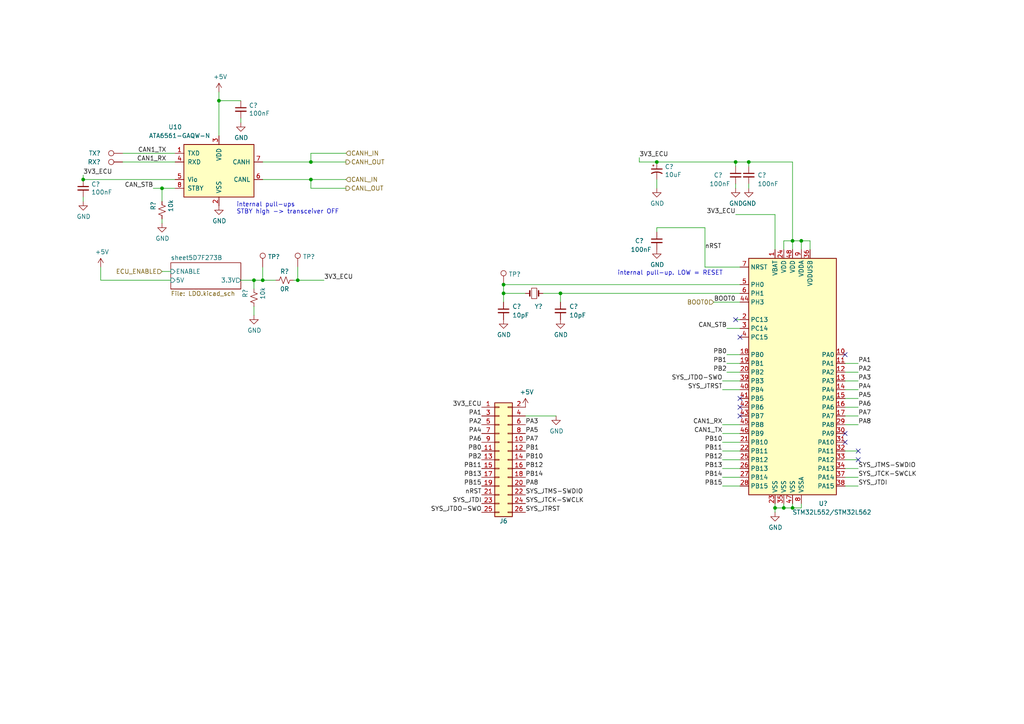
<source format=kicad_sch>
(kicad_sch (version 20231120) (generator "eeschema") (generator_version "8.0")
  (paper "A4")
  (title_block (title "RAMN: Resistant Automotive Miniature Network V1.0") (date "2024-02-20") (rev "B2L") (company "Copyright (c) 2024 TOYOTA MOTOR CORPORATION. ALL RIGHTS RESERVED.") (comment 3 "License: CC BY-SA 4.0") (comment 4 "https://github.com/toyotainfotech/ramn"))
  (lib_symbols
    (symbol "Connector:TestPoint" (pin_numbers hide) (pin_names (offset 0.762) hide)
      (property "Reference" "TP" (at 0 6.858 0))
      (property "Value" "TestPoint" (at 0 5.08 0))
      (symbol "TestPoint_0_1"
        (circle (center 0 3.302) (radius 0.762))
      )
      (symbol "TestPoint_1_1"
        (pin passive line (at 0 0 90) (length 2.54) (name "1") (number "1"))
      )
    )
    (symbol "Connector_Generic:Conn_02x13_Odd_Even" (pin_names (offset 1.016) hide)
      (property "Reference" "J" (at 1.27 17.78 0))
      (property "Value" "Conn_02x13_Odd_Even" (at 1.27 -17.78 0))
      (symbol "Conn_02x13_Odd_Even_1_1"
        (rectangle (start -1.27 -15.113) (end 0 -15.367) (stroke (width 0.1524)))
        (rectangle (start -1.27 -12.573) (end 0 -12.827) (stroke (width 0.1524)))
        (rectangle (start -1.27 -10.033) (end 0 -10.287) (stroke (width 0.1524)))
        (rectangle (start -1.27 -7.493) (end 0 -7.747) (stroke (width 0.1524)))
        (rectangle (start -1.27 -4.953) (end 0 -5.207) (stroke (width 0.1524)))
        (rectangle (start -1.27 -2.413) (end 0 -2.667) (stroke (width 0.1524)))
        (rectangle (start -1.27 0.127) (end 0 -0.127) (stroke (width 0.1524)))
        (rectangle (start -1.27 2.667) (end 0 2.413) (stroke (width 0.1524)))
        (rectangle (start -1.27 5.207) (end 0 4.953) (stroke (width 0.1524)))
        (rectangle (start -1.27 7.747) (end 0 7.493) (stroke (width 0.1524)))
        (rectangle (start -1.27 10.287) (end 0 10.033) (stroke (width 0.1524)))
        (rectangle (start -1.27 12.827) (end 0 12.573) (stroke (width 0.1524)))
        (rectangle (start -1.27 15.367) (end 0 15.113) (stroke (width 0.1524)))
        (rectangle (start -1.27 16.51) (end 3.81 -16.51) (stroke (width 0.254)) (fill (type background)))
        (rectangle (start 3.81 -15.113) (end 2.54 -15.367) (stroke (width 0.1524)))
        (rectangle (start 3.81 -12.573) (end 2.54 -12.827) (stroke (width 0.1524)))
        (rectangle (start 3.81 -10.033) (end 2.54 -10.287) (stroke (width 0.1524)))
        (rectangle (start 3.81 -7.493) (end 2.54 -7.747) (stroke (width 0.1524)))
        (rectangle (start 3.81 -4.953) (end 2.54 -5.207) (stroke (width 0.1524)))
        (rectangle (start 3.81 -2.413) (end 2.54 -2.667) (stroke (width 0.1524)))
        (rectangle (start 3.81 0.127) (end 2.54 -0.127) (stroke (width 0.1524)))
        (rectangle (start 3.81 2.667) (end 2.54 2.413) (stroke (width 0.1524)))
        (rectangle (start 3.81 5.207) (end 2.54 4.953) (stroke (width 0.1524)))
        (rectangle (start 3.81 7.747) (end 2.54 7.493) (stroke (width 0.1524)))
        (rectangle (start 3.81 10.287) (end 2.54 10.033) (stroke (width 0.1524)))
        (rectangle (start 3.81 12.827) (end 2.54 12.573) (stroke (width 0.1524)))
        (rectangle (start 3.81 15.367) (end 2.54 15.113) (stroke (width 0.1524)))
        (pin passive line (at -5.08 15.24 0) (length 3.81) (name "Pin_1") (number "1"))
        (pin passive line (at 7.62 5.08 180) (length 3.81) (name "Pin_10") (number "10"))
        (pin passive line (at -5.08 2.54 0) (length 3.81) (name "Pin_11") (number "11"))
        (pin passive line (at 7.62 2.54 180) (length 3.81) (name "Pin_12") (number "12"))
        (pin passive line (at -5.08 0 0) (length 3.81) (name "Pin_13") (number "13"))
        (pin passive line (at 7.62 0 180) (length 3.81) (name "Pin_14") (number "14"))
        (pin passive line (at -5.08 -2.54 0) (length 3.81) (name "Pin_15") (number "15"))
        (pin passive line (at 7.62 -2.54 180) (length 3.81) (name "Pin_16") (number "16"))
        (pin passive line (at -5.08 -5.08 0) (length 3.81) (name "Pin_17") (number "17"))
        (pin passive line (at 7.62 -5.08 180) (length 3.81) (name "Pin_18") (number "18"))
        (pin passive line (at -5.08 -7.62 0) (length 3.81) (name "Pin_19") (number "19"))
        (pin passive line (at 7.62 15.24 180) (length 3.81) (name "Pin_2") (number "2"))
        (pin passive line (at 7.62 -7.62 180) (length 3.81) (name "Pin_20") (number "20"))
        (pin passive line (at -5.08 -10.16 0) (length 3.81) (name "Pin_21") (number "21"))
        (pin passive line (at 7.62 -10.16 180) (length 3.81) (name "Pin_22") (number "22"))
        (pin passive line (at -5.08 -12.7 0) (length 3.81) (name "Pin_23") (number "23"))
        (pin passive line (at 7.62 -12.7 180) (length 3.81) (name "Pin_24") (number "24"))
        (pin passive line (at -5.08 -15.24 0) (length 3.81) (name "Pin_25") (number "25"))
        (pin passive line (at 7.62 -15.24 180) (length 3.81) (name "Pin_26") (number "26"))
        (pin passive line (at -5.08 12.7 0) (length 3.81) (name "Pin_3") (number "3"))
        (pin passive line (at 7.62 12.7 180) (length 3.81) (name "Pin_4") (number "4"))
        (pin passive line (at -5.08 10.16 0) (length 3.81) (name "Pin_5") (number "5"))
        (pin passive line (at 7.62 10.16 180) (length 3.81) (name "Pin_6") (number "6"))
        (pin passive line (at -5.08 7.62 0) (length 3.81) (name "Pin_7") (number "7"))
        (pin passive line (at 7.62 7.62 180) (length 3.81) (name "Pin_8") (number "8"))
        (pin passive line (at -5.08 5.08 0) (length 3.81) (name "Pin_9") (number "9"))
      )
    )
    (symbol "Device:C_Small" (pin_numbers hide) (pin_names (offset 0.254) hide)
      (property "Reference" "C" (at 0.254 1.778 0))
      (property "Value" "C_Small" (at 0.254 -2.032 0))
      (symbol "C_Small_0_1"
        (polyline (pts (xy -1.524 -0.508) (xy 1.524 -0.508)) (stroke (width 0.3302)))
        (polyline (pts (xy -1.524 0.508) (xy 1.524 0.508)) (stroke (width 0.3048)))
      )
      (symbol "C_Small_1_1"
        (pin passive line (at 0 2.54 270) (length 2.032) (name "~") (number "1"))
        (pin passive line (at 0 -2.54 90) (length 2.032) (name "~") (number "2"))
      )
    )
    (symbol "Device:Crystal_Small" (pin_numbers hide) (pin_names (offset 1.016) hide)
      (property "Reference" "Y" (at 0 2.54 0))
      (property "Value" "Crystal_Small" (at 0 -2.54 0))
      (symbol "Crystal_Small_0_1"
        (rectangle (start -0.762 -1.524) (end 0.762 1.524))
        (polyline (pts (xy -1.27 -0.762) (xy -1.27 0.762)) (stroke (width 0.381)))
        (polyline (pts (xy 1.27 -0.762) (xy 1.27 0.762)) (stroke (width 0.381)))
      )
      (symbol "Crystal_Small_1_1"
        (pin passive line (at -2.54 0 0) (length 1.27) (name "1") (number "1"))
        (pin passive line (at 2.54 0 180) (length 1.27) (name "2") (number "2"))
      )
    )
    (symbol "Device:R_Small_US" (pin_numbers hide) (pin_names (offset 0.254) hide)
      (property "Reference" "R" (at 0.762 0.508 0))
      (property "Value" "R_Small_US" (at 0.762 -1.016 0))
      (symbol "R_Small_US_1_1"
        (polyline (pts (xy 0 0) (xy 1.016 -0.381) (xy 0 -0.762) (xy -1.016 -1.143) (xy 0 -1.524)))
        (polyline (pts (xy 0 1.524) (xy 1.016 1.143) (xy 0 0.762) (xy -1.016 0.381) (xy 0 0)))
        (pin passive line (at 0 2.54 270) (length 1.016) (name "~") (number "1"))
        (pin passive line (at 0 -2.54 90) (length 1.016) (name "~") (number "2"))
      )
    )
    (symbol "Interface_CAN_LIN:MCP2562-E-SN" (pin_names (offset 1.016))
      (property "Reference" "U" (at -10.16 8.89 0))
      (property "Value" "MCP2562-E-SN" (at 2.54 8.89 0))
      (symbol "MCP2562-E-SN_0_1"
        (rectangle (start -10.16 7.62) (end 10.16 -7.62) (stroke (width 0.254)) (fill (type background)))
      )
      (symbol "MCP2562-E-SN_1_1"
        (pin input line (at -12.7 5.08 0) (length 2.54) (name "TXD") (number "1"))
        (pin power_in line (at 0 -10.16 90) (length 2.54) (name "VSS") (number "2"))
        (pin power_in line (at 0 10.16 270) (length 2.54) (name "VDD") (number "3"))
        (pin output line (at -12.7 2.54 0) (length 2.54) (name "RXD") (number "4"))
        (pin power_in line (at -12.7 -2.54 0) (length 2.54) (name "Vio") (number "5"))
        (pin bidirectional line (at 12.7 -2.54 180) (length 2.54) (name "CANL") (number "6"))
        (pin bidirectional line (at 12.7 2.54 180) (length 2.54) (name "CANH") (number "7"))
        (pin input line (at -12.7 -5.08 0) (length 2.54) (name "STBY") (number "8"))
      )
    )
    (symbol "ramn-rescue:+5V-power" (power) (pin_names (offset 0))
      (property "Value" "power_+5V" (at 0 3.556 0))
      (symbol "+5V-power_0_1"
        (polyline (pts (xy -0.762 1.27) (xy 0 2.54)))
        (polyline (pts (xy 0 0) (xy 0 2.54)))
        (polyline (pts (xy 0 2.54) (xy 0.762 1.27)))
      )
      (symbol "+5V-power_1_1"
        (pin power_in line (at 0 0 90) (length 0) hide (name "+5V") (number "1"))
      )
    )
    (symbol "ramn-rescue:CP1_Small-Device" (pin_numbers hide) (pin_names (offset 0.254) hide)
      (property "Reference" "C" (at 0.254 1.778 0))
      (property "Value" "Device_CP1_Small" (at 0.254 -2.032 0))
      (symbol "CP1_Small-Device_0_1"
        (polyline (pts (xy -1.524 0.508) (xy 1.524 0.508)) (stroke (width 0.3048)))
        (polyline (pts (xy -1.27 1.524) (xy -0.762 1.524)))
        (polyline (pts (xy -1.016 1.27) (xy -1.016 1.778)))
        (arc (start 1.524 -0.762) (mid 0 -0.3734) (end -1.524 -0.762) (stroke (width 0.3048)))
      )
      (symbol "CP1_Small-Device_1_1"
        (pin passive line (at 0 2.54 270) (length 2.032) (name "~") (number "1"))
        (pin passive line (at 0 -2.54 90) (length 2.032) (name "~") (number "2"))
      )
    )
    (symbol "ramn-rescue:GND-power" (power) (pin_names (offset 0))
      (property "Value" "power_GND" (at 0 -3.81 0))
      (symbol "GND-power_0_1"
        (polyline (pts (xy 0 0) (xy 0 -1.27) (xy 1.27 -1.27) (xy 0 -2.54) (xy -1.27 -1.27) (xy 0 -1.27)))
      )
      (symbol "GND-power_1_1"
        (pin power_in line (at 0 0 270) (length 0) hide (name "GND") (number "1"))
      )
    )
    (symbol "ramn-rescue:STM32L443CCTx-MCU_ST_STM32L4"
      (property "Reference" "U" (at -12.7 34.29 0))
      (property "Value" "MCU_ST_STM32L4_STM32L443CCTx" (at 7.62 34.29 0))
      (symbol "STM32L443CCTx-MCU_ST_STM32L4_0_1"
        (rectangle (start -12.7 -35.56) (end 12.7 33.02) (stroke (width 0.254)) (fill (type background)))
      )
      (symbol "STM32L443CCTx-MCU_ST_STM32L4_1_1"
        (pin power_in line (at -5.08 35.56 270) (length 2.54) (name "VBAT") (number "1"))
        (pin bidirectional line (at 15.24 5.08 180) (length 2.54) (name "PA0") (number "10"))
        (pin bidirectional line (at 15.24 2.54 180) (length 2.54) (name "PA1") (number "11"))
        (pin bidirectional line (at 15.24 0 180) (length 2.54) (name "PA2") (number "12"))
        (pin bidirectional line (at 15.24 -2.54 180) (length 2.54) (name "PA3") (number "13"))
        (pin bidirectional line (at 15.24 -5.08 180) (length 2.54) (name "PA4") (number "14"))
        (pin bidirectional line (at 15.24 -7.62 180) (length 2.54) (name "PA5") (number "15"))
        (pin bidirectional line (at 15.24 -10.16 180) (length 2.54) (name "PA6") (number "16"))
        (pin bidirectional line (at 15.24 -12.7 180) (length 2.54) (name "PA7") (number "17"))
        (pin bidirectional line (at -15.24 5.08 0) (length 2.54) (name "PB0") (number "18"))
        (pin bidirectional line (at -15.24 2.54 0) (length 2.54) (name "PB1") (number "19"))
        (pin bidirectional line (at -15.24 15.24 0) (length 2.54) (name "PC13") (number "2"))
        (pin bidirectional line (at -15.24 0 0) (length 2.54) (name "PB2") (number "20"))
        (pin bidirectional line (at -15.24 -20.32 0) (length 2.54) (name "PB10") (number "21"))
        (pin bidirectional line (at -15.24 -22.86 0) (length 2.54) (name "PB11") (number "22"))
        (pin power_in line (at -5.08 -38.1 90) (length 2.54) (name "VSS") (number "23"))
        (pin power_in line (at -2.54 35.56 270) (length 2.54) (name "VDD") (number "24"))
        (pin bidirectional line (at -15.24 -25.4 0) (length 2.54) (name "PB12") (number "25"))
        (pin bidirectional line (at -15.24 -27.94 0) (length 2.54) (name "PB13") (number "26"))
        (pin bidirectional line (at -15.24 -30.48 0) (length 2.54) (name "PB14") (number "27"))
        (pin bidirectional line (at -15.24 -33.02 0) (length 2.54) (name "PB15") (number "28"))
        (pin bidirectional line (at 15.24 -15.24 180) (length 2.54) (name "PA8") (number "29"))
        (pin bidirectional line (at -15.24 12.7 0) (length 2.54) (name "PC14") (number "3"))
        (pin bidirectional line (at 15.24 -17.78 180) (length 2.54) (name "PA9") (number "30"))
        (pin bidirectional line (at 15.24 -20.32 180) (length 2.54) (name "PA10") (number "31"))
        (pin bidirectional line (at 15.24 -22.86 180) (length 2.54) (name "PA11") (number "32"))
        (pin bidirectional line (at 15.24 -25.4 180) (length 2.54) (name "PA12") (number "33"))
        (pin bidirectional line (at 15.24 -27.94 180) (length 2.54) (name "PA13") (number "34"))
        (pin power_in line (at -2.54 -38.1 90) (length 2.54) (name "VSS") (number "35"))
        (pin power_in line (at 5.08 35.56 270) (length 2.54) (name "VDDUSB") (number "36"))
        (pin bidirectional line (at 15.24 -30.48 180) (length 2.54) (name "PA14") (number "37"))
        (pin bidirectional line (at 15.24 -33.02 180) (length 2.54) (name "PA15") (number "38"))
        (pin bidirectional line (at -15.24 -2.54 0) (length 2.54) (name "PB3") (number "39"))
        (pin bidirectional line (at -15.24 10.16 0) (length 2.54) (name "PC15") (number "4"))
        (pin bidirectional line (at -15.24 -5.08 0) (length 2.54) (name "PB4") (number "40"))
        (pin bidirectional line (at -15.24 -7.62 0) (length 2.54) (name "PB5") (number "41"))
        (pin bidirectional line (at -15.24 -10.16 0) (length 2.54) (name "PB6") (number "42"))
        (pin bidirectional line (at -15.24 -12.7 0) (length 2.54) (name "PB7") (number "43"))
        (pin bidirectional line (at -15.24 20.32 0) (length 2.54) (name "PH3") (number "44"))
        (pin bidirectional line (at -15.24 -15.24 0) (length 2.54) (name "PB8") (number "45"))
        (pin bidirectional line (at -15.24 -17.78 0) (length 2.54) (name "PB9") (number "46"))
        (pin power_in line (at 0 -38.1 90) (length 2.54) (name "VSS") (number "47"))
        (pin power_in line (at 0 35.56 270) (length 2.54) (name "VDD") (number "48"))
        (pin input line (at -15.24 25.4 0) (length 2.54) (name "PH0") (number "5"))
        (pin input line (at -15.24 22.86 0) (length 2.54) (name "PH1") (number "6"))
        (pin input line (at -15.24 30.48 0) (length 2.54) (name "NRST") (number "7"))
        (pin power_in line (at 2.54 -38.1 90) (length 2.54) (name "VSSA") (number "8"))
        (pin power_in line (at 2.54 35.56 270) (length 2.54) (name "VDDA") (number "9"))
      )
    )
  )
  (junction (at 86.36 81.28))
  (junction (at 227.33 147.32))
  (junction (at 232.41 69.85))
  (junction (at 217.17 46.99))
  (junction (at 229.87 69.85))
  (junction (at 63.5 29.21))
  (junction (at 90.17 52.07))
  (junction (at 162.56 85.09))
  (junction (at 146.05 82.55))
  (junction (at 229.87 147.32))
  (junction (at 90.17 46.99))
  (junction (at 146.05 85.09))
  (junction (at 73.66 81.28))
  (junction (at 24.13 52.07))
  (junction (at 76.2 81.28))
  (junction (at 190.5 46.99))
  (junction (at 224.79 147.32))
  (junction (at 46.99 54.61))
  (junction (at 213.36 46.99))
  (no_connect (at 245.11 102.87))
  (no_connect (at 214.63 115.57))
  (no_connect (at 248.92 133.35))
  (no_connect (at 214.63 118.11))
  (no_connect (at 245.11 128.27))
  (no_connect (at 213.36 92.71))
  (no_connect (at 214.63 120.65))
  (no_connect (at 214.63 97.79))
  (no_connect (at 248.92 130.81))
  (no_connect (at 245.11 125.73))
  (wire (pts (xy 46.99 78.74) (xy 49.53 78.74)))
  (wire (pts (xy 190.5 46.99) (xy 213.36 46.99)))
  (wire (pts (xy 90.17 54.61) (xy 90.17 52.07)))
  (wire (pts (xy 29.21 81.28) (xy 49.53 81.28)))
  (wire (pts (xy 162.56 85.09) (xy 162.56 87.63)))
  (wire (pts (xy 227.33 72.39) (xy 227.33 69.85)))
  (wire (pts (xy 76.2 81.28) (xy 80.01 81.28)))
  (wire (pts (xy 234.95 69.85) (xy 234.95 72.39)))
  (wire (pts (xy 90.17 54.61) (xy 100.33 54.61)))
  (wire (pts (xy 217.17 46.99) (xy 217.17 48.26)))
  (wire (pts (xy 46.99 54.61) (xy 44.45 54.61)))
  (wire (pts (xy 90.17 46.99) (xy 100.33 46.99)))
  (wire (pts (xy 227.33 147.32) (xy 224.79 147.32)))
  (wire (pts (xy 217.17 46.99) (xy 229.87 46.99)))
  (wire (pts (xy 214.63 110.49) (xy 209.55 110.49)))
  (wire (pts (xy 190.5 67.31) (xy 190.5 66.04)))
  (wire (pts (xy 73.66 81.28) (xy 76.2 81.28)))
  (wire (pts (xy 209.55 138.43) (xy 214.63 138.43)))
  (wire (pts (xy 73.66 83.82) (xy 73.66 81.28)))
  (wire (pts (xy 210.82 105.41) (xy 214.63 105.41)))
  (wire (pts (xy 29.21 77.47) (xy 29.21 81.28)))
  (wire (pts (xy 35.56 44.45) (xy 50.8 44.45)))
  (wire (pts (xy 209.55 135.89) (xy 214.63 135.89)))
  (wire (pts (xy 245.11 133.35) (xy 248.92 133.35)))
  (wire (pts (xy 204.47 77.47) (xy 214.63 77.47)))
  (wire (pts (xy 217.17 53.34) (xy 217.17 54.61)))
  (wire (pts (xy 227.33 69.85) (xy 229.87 69.85)))
  (wire (pts (xy 213.36 46.99) (xy 213.36 48.26)))
  (wire (pts (xy 86.36 81.28) (xy 93.98 81.28)))
  (wire (pts (xy 245.11 107.95) (xy 248.92 107.95)))
  (wire (pts (xy 245.11 135.89) (xy 248.92 135.89)))
  (wire (pts (xy 224.79 146.05) (xy 224.79 147.32)))
  (wire (pts (xy 232.41 69.85) (xy 234.95 69.85)))
  (wire (pts (xy 248.92 138.43) (xy 245.11 138.43)))
  (wire (pts (xy 190.5 66.04) (xy 204.47 66.04)))
  (wire (pts (xy 190.5 46.99) (xy 185.42 46.99)))
  (wire (pts (xy 214.63 113.03) (xy 209.55 113.03)))
  (wire (pts (xy 146.05 85.09) (xy 146.05 87.63)))
  (wire (pts (xy 204.47 66.04) (xy 204.47 77.47)))
  (wire (pts (xy 90.17 44.45) (xy 100.33 44.45)))
  (wire (pts (xy 69.85 81.28) (xy 73.66 81.28)))
  (wire (pts (xy 227.33 146.05) (xy 227.33 147.32)))
  (wire (pts (xy 157.48 85.09) (xy 162.56 85.09)))
  (wire (pts (xy 209.55 125.73) (xy 214.63 125.73)))
  (wire (pts (xy 209.55 133.35) (xy 214.63 133.35)))
  (wire (pts (xy 69.85 29.21) (xy 63.5 29.21)))
  (wire (pts (xy 86.36 77.47) (xy 86.36 81.28)))
  (wire (pts (xy 214.63 95.25) (xy 210.82 95.25)))
  (wire (pts (xy 232.41 69.85) (xy 229.87 69.85)))
  (wire (pts (xy 146.05 82.55) (xy 146.05 85.09)))
  (wire (pts (xy 63.5 26.67) (xy 63.5 29.21)))
  (wire (pts (xy 213.36 46.99) (xy 217.17 46.99)))
  (wire (pts (xy 245.11 115.57) (xy 248.92 115.57)))
  (wire (pts (xy 24.13 50.8) (xy 24.13 52.07)))
  (wire (pts (xy 146.05 82.55) (xy 214.63 82.55)))
  (wire (pts (xy 210.82 102.87) (xy 214.63 102.87)))
  (wire (pts (xy 207.01 87.63) (xy 214.63 87.63)))
  (wire (pts (xy 229.87 146.05) (xy 229.87 147.32)))
  (wire (pts (xy 24.13 57.15) (xy 24.13 58.42)))
  (wire (pts (xy 209.55 130.81) (xy 214.63 130.81)))
  (wire (pts (xy 229.87 69.85) (xy 229.87 46.99)))
  (wire (pts (xy 209.55 123.19) (xy 214.63 123.19)))
  (wire (pts (xy 24.13 52.07) (xy 50.8 52.07)))
  (wire (pts (xy 162.56 85.09) (xy 214.63 85.09)))
  (wire (pts (xy 248.92 130.81) (xy 245.11 130.81)))
  (wire (pts (xy 232.41 147.32) (xy 229.87 147.32)))
  (wire (pts (xy 73.66 88.9) (xy 73.66 91.44)))
  (wire (pts (xy 90.17 52.07) (xy 100.33 52.07)))
  (wire (pts (xy 229.87 147.32) (xy 227.33 147.32)))
  (wire (pts (xy 210.82 107.95) (xy 214.63 107.95)))
  (wire (pts (xy 63.5 29.21) (xy 63.5 39.37)))
  (wire (pts (xy 190.5 52.07) (xy 190.5 54.61)))
  (wire (pts (xy 229.87 72.39) (xy 229.87 69.85)))
  (wire (pts (xy 209.55 140.97) (xy 214.63 140.97)))
  (wire (pts (xy 46.99 63.5) (xy 46.99 64.77)))
  (wire (pts (xy 46.99 54.61) (xy 46.99 58.42)))
  (wire (pts (xy 248.92 140.97) (xy 245.11 140.97)))
  (wire (pts (xy 152.4 120.65) (xy 161.29 120.65)))
  (wire (pts (xy 232.41 72.39) (xy 232.41 69.85)))
  (wire (pts (xy 90.17 46.99) (xy 90.17 44.45)))
  (wire (pts (xy 245.11 123.19) (xy 248.92 123.19)))
  (wire (pts (xy 76.2 52.07) (xy 90.17 52.07)))
  (wire (pts (xy 50.8 54.61) (xy 46.99 54.61)))
  (wire (pts (xy 245.11 120.65) (xy 248.92 120.65)))
  (wire (pts (xy 224.79 62.23) (xy 224.79 72.39)))
  (wire (pts (xy 146.05 85.09) (xy 152.4 85.09)))
  (wire (pts (xy 245.11 113.03) (xy 248.92 113.03)))
  (wire (pts (xy 245.11 118.11) (xy 248.92 118.11)))
  (wire (pts (xy 224.79 147.32) (xy 224.79 148.59)))
  (wire (pts (xy 213.36 53.34) (xy 213.36 54.61)))
  (wire (pts (xy 209.55 128.27) (xy 214.63 128.27)))
  (wire (pts (xy 35.56 46.99) (xy 50.8 46.99)))
  (wire (pts (xy 69.85 34.29) (xy 69.85 35.56)))
  (wire (pts (xy 245.11 110.49) (xy 248.92 110.49)))
  (wire (pts (xy 213.36 62.23) (xy 224.79 62.23)))
  (wire (pts (xy 185.42 46.99) (xy 185.42 45.72)))
  (wire (pts (xy 232.41 146.05) (xy 232.41 147.32)))
  (wire (pts (xy 214.63 92.71) (xy 213.36 92.71)))
  (wire (pts (xy 76.2 46.99) (xy 90.17 46.99)))
  (wire (pts (xy 85.09 81.28) (xy 86.36 81.28)))
  (wire (pts (xy 76.2 77.47) (xy 76.2 81.28)))
  (wire (pts (xy 245.11 105.41) (xy 248.92 105.41)))
  (text "internal pull-up. LOW = RESET" (at 179.07 80.01 0) (effects (font (size 1.27 1.27)) (justify left bottom)))
  (text "internal pull-ups\nSTBY high -> transceiver OFF" (at 68.58 62.23 0) (effects (font (size 1.27 1.27)) (justify left bottom)))
  (label "PB14" (at 152.4 138.43 0))
  (label "SYS_JTMS-SWDIO" (at 248.92 135.89 0))
  (label "SYS_JTMS-SWDIO" (at 152.4 143.51 0))
  (label "CAN1_RX" (at 48.26 46.99 180))
  (label "PA2" (at 248.92 107.95 0))
  (label "PB11" (at 209.55 130.81 180))
  (label "CAN1_TX" (at 48.26 44.45 180))
  (label "SYS_JTRST" (at 152.4 148.59 0))
  (label "nRST" (at 204.47 72.39 0))
  (label "3V3_ECU" (at 185.42 45.72 0))
  (label "PB14" (at 209.55 138.43 180))
  (label "SYS_JTDO-SWO" (at 209.55 110.49 180))
  (label "PA6" (at 139.7 128.27 180))
  (label "nRST" (at 139.7 143.51 180))
  (label "SYS_JTCK-SWCLK" (at 248.92 138.43 0))
  (label "CAN_STB" (at 210.82 95.25 180))
  (label "PA3" (at 248.92 110.49 0))
  (label "3V3_ECU" (at 93.98 81.28 0))
  (label "PB0" (at 139.7 130.81 180))
  (label "PB2" (at 210.82 107.95 180))
  (label "PA1" (at 248.92 105.41 0))
  (label "PB15" (at 139.7 140.97 180))
  (label "PB13" (at 209.55 135.89 180))
  (label "PA5" (at 152.4 125.73 0))
  (label "PB1" (at 210.82 105.41 180))
  (label "SYS_JTCK-SWCLK" (at 152.4 146.05 0))
  (label "PA5" (at 248.92 115.57 0))
  (label "PB10" (at 152.4 133.35 0))
  (label "3V3_ECU" (at 213.36 62.23 180))
  (label "3V3_ECU" (at 139.7 118.11 180))
  (label "CAN1_RX" (at 209.55 123.19 180))
  (label "PA4" (at 139.7 125.73 180))
  (label "PB15" (at 209.55 140.97 180))
  (label "CAN1_TX" (at 209.55 125.73 180))
  (label "3V3_ECU" (at 24.13 50.8 0))
  (label "PA7" (at 248.92 120.65 0))
  (label "PB12" (at 152.4 135.89 0))
  (label "SYS_JTDI" (at 248.92 140.97 0))
  (label "PA1" (at 139.7 120.65 180))
  (label "SYS_JTRST" (at 209.55 113.03 180))
  (label "PB0" (at 210.82 102.87 180))
  (label "PA8" (at 152.4 140.97 0))
  (label "BOOT0" (at 213.36 87.63 180))
  (label "PA3" (at 152.4 123.19 0))
  (label "PA8" (at 248.92 123.19 0))
  (label "PA4" (at 248.92 113.03 0))
  (label "PB2" (at 139.7 133.35 180))
  (label "PA7" (at 152.4 128.27 0))
  (label "PA2" (at 139.7 123.19 180))
  (label "PB12" (at 209.55 133.35 180))
  (label "PB1" (at 152.4 130.81 0))
  (label "SYS_JTDO-SWO" (at 139.7 148.59 180))
  (label "PB11" (at 139.7 135.89 180))
  (label "PA6" (at 248.92 118.11 0))
  (label "PB13" (at 139.7 138.43 180))
  (label "CAN_STB" (at 44.45 54.61 180))
  (label "SYS_JTDI" (at 139.7 146.05 180))
  (label "PB10" (at 209.55 128.27 180))
  (hierarchical_label "CANH_IN" (shape input) (at 100.33 44.45 0))
  (hierarchical_label "ECU_ENABLE" (shape input) (at 46.99 78.74 180))
  (hierarchical_label "BOOT0" (shape input) (at 207.01 87.63 180))
  (hierarchical_label "CANL_IN" (shape input) (at 100.33 52.07 0))
  (hierarchical_label "CANL_OUT" (shape output) (at 100.33 54.61 0))
  (hierarchical_label "CANH_OUT" (shape output) (at 100.33 46.99 0))
  (symbol (lib_id "ramn-rescue:GND-power") (at 63.5 59.69 0) (unit 1)
    (property "Reference" "#PWR?" (effects (hide yes)))
    (property "Value" "GND" (at 63.627 64.0842 0))
    (instances (project "" (path "" (reference "#PWR?") (unit 1)) (path "" (reference "#PWR066") (unit 1)) (path "" (reference "#PWR?") (unit 1)) (path "" (reference "#PWR?") (unit 1)) (path "" (reference "#PWR?") (unit 1))))
  )
  (symbol (lib_id "ramn-rescue:+5V-power") (at 63.5 26.67 0) (unit 1)
    (property "Reference" "#PWR065" (effects (hide yes)))
    (property "Value" "+5V" (at 63.881 22.2758 0))
    (instances (project "" (path "" (reference "#PWR065") (unit 1)) (path "" (reference "#PWR?") (unit 1)) (path "" (reference "#PWR?") (unit 1)) (path "" (reference "#PWR?") (unit 1))))
  )
  (symbol (lib_id "ramn-rescue:GND-power") (at 69.85 35.56 0) (unit 1)
    (property "Reference" "#PWR?" (effects (hide yes)))
    (property "Value" "GND" (at 69.977 39.9542 0))
    (instances (project "" (path "" (reference "#PWR?") (unit 1)) (path "" (reference "#PWR067") (unit 1)) (path "" (reference "#PWR?") (unit 1)) (path "" (reference "#PWR?") (unit 1)) (path "" (reference "#PWR?") (unit 1))))
  )
  (symbol (lib_id "Device:C_Small") (at 69.85 31.75 0) (unit 1)
    (property "Reference" "C?" (at 72.1868 30.5816 0) (effects (justify left)))
    (property "Value" "100nF" (at 72.1868 32.893 0) (effects (justify left)))
    (property "Footprint" "Capacitor_SMD:C_0603_1608Metric" (effects (hide yes)))
    (instances (project "" (path "" (reference "C?") (unit 1)) (path "" (reference "C34") (unit 1)) (path "" (reference "C?") (unit 1)) (path "" (reference "C?") (unit 1)) (path "" (reference "C?") (unit 1))))
  )
  (symbol (lib_id "ramn-rescue:GND-power") (at 24.13 58.42 0) (unit 1)
    (property "Reference" "#PWR?" (effects (hide yes)))
    (property "Value" "GND" (at 24.257 62.8142 0))
    (instances (project "" (path "" (reference "#PWR?") (unit 1)) (path "" (reference "#PWR062") (unit 1)) (path "" (reference "#PWR?") (unit 1)) (path "" (reference "#PWR?") (unit 1)) (path "" (reference "#PWR?") (unit 1))))
  )
  (symbol (lib_id "Device:C_Small") (at 24.13 54.61 0) (unit 1)
    (property "Reference" "C?" (at 26.4668 53.4416 0) (effects (justify left)))
    (property "Value" "100nF" (at 26.4668 55.753 0) (effects (justify left)))
    (property "Footprint" "Capacitor_SMD:C_0603_1608Metric" (effects (hide yes)))
    (instances (project "" (path "" (reference "C?") (unit 1)) (path "" (reference "C33") (unit 1)) (path "" (reference "C?") (unit 1)) (path "" (reference "C?") (unit 1)) (path "" (reference "C?") (unit 1))))
  )
  (symbol (lib_id "Interface_CAN_LIN:MCP2562-E-SN") (at 63.5 49.53 0) (unit 1)
    (property "Reference" "U10" (at 50.8 36.83 0))
    (property "Value" "ATA6561-GAQW-N" (at 52.07 39.37 0))
    (property "Footprint" "Package_SO:SOIC-8_3.9x4.9mm_P1.27mm" (effects (hide yes)))
    (instances (project "" (path "" (reference "U10") (unit 1)) (path "" (reference "U?") (unit 1)) (path "" (reference "U?") (unit 1)) (path "" (reference "U?") (unit 1))))
  )
  (symbol (lib_id "ramn-rescue:GND-power") (at 146.05 92.71 0) (unit 1)
    (property "Reference" "#PWR?" (effects (hide yes)))
    (property "Value" "GND" (at 146.177 97.1042 0))
    (instances (project "" (path "" (reference "#PWR?") (unit 1)) (path "" (reference "#PWR069") (unit 1)) (path "" (reference "#PWR?") (unit 1)) (path "" (reference "#PWR?") (unit 1)) (path "" (reference "#PWR?") (unit 1))))
  )
  (symbol (lib_id "ramn-rescue:GND-power") (at 162.56 92.71 0) (unit 1)
    (property "Reference" "#PWR?" (effects (hide yes)))
    (property "Value" "GND" (at 162.687 97.1042 0))
    (instances (project "" (path "" (reference "#PWR?") (unit 1)) (path "" (reference "#PWR072") (unit 1)) (path "" (reference "#PWR?") (unit 1)) (path "" (reference "#PWR?") (unit 1)) (path "" (reference "#PWR?") (unit 1))))
  )
  (symbol (lib_id "Device:C_Small") (at 162.56 90.17 0) (unit 1)
    (property "Reference" "C?" (at 165.1 88.9 0) (effects (justify left)))
    (property "Value" "10pF" (at 165.1 91.44 0) (effects (justify left)))
    (property "Footprint" "Capacitor_SMD:C_0603_1608Metric" (effects (hide yes)))
    (instances (project "" (path "" (reference "C?") (unit 1)) (path "" (reference "C36") (unit 1)) (path "" (reference "C?") (unit 1)) (path "" (reference "C?") (unit 1)) (path "" (reference "C?") (unit 1))))
  )
  (symbol (lib_id "Device:C_Small") (at 146.05 90.17 0) (unit 1)
    (property "Reference" "C?" (at 148.59 88.9 0) (effects (justify left)))
    (property "Value" "10pF" (at 148.59 91.44 0) (effects (justify left)))
    (property "Footprint" "Capacitor_SMD:C_0603_1608Metric" (effects (hide yes)))
    (instances (project "" (path "" (reference "C?") (unit 1)) (path "" (reference "C35") (unit 1)) (path "" (reference "C?") (unit 1)) (path "" (reference "C?") (unit 1)) (path "" (reference "C?") (unit 1))))
  )
  (symbol (lib_id "Device:Crystal_Small") (at 154.94 85.09 0) (unit 1)
    (property "Reference" "Y?" (at 156.21 88.9 0))
    (property "Value" "NX3225GD-8MHZ-STD-CRA-3" (effects (hide yes)))
    (property "Footprint" "digikey-footprints:SMD-2_3.2x2.5mm" (effects (hide yes)))
    (instances (project "" (path "" (reference "Y?") (unit 1)) (path "" (reference "Y4") (unit 1)) (path "" (reference "Y?") (unit 1)) (path "" (reference "Y?") (unit 1)) (path "" (reference "Y?") (unit 1))))
  )
  (symbol (lib_id "ramn-rescue:GND-power") (at 224.79 148.59 0) (unit 1)
    (property "Reference" "#PWR?" (effects (hide yes)))
    (property "Value" "GND" (at 224.917 152.9842 0))
    (instances (project "" (path "" (reference "#PWR?") (unit 1)) (path "" (reference "#PWR077") (unit 1)) (path "" (reference "#PWR?") (unit 1)) (path "" (reference "#PWR?") (unit 1)) (path "" (reference "#PWR?") (unit 1))))
  )
  (symbol (lib_id "ramn-rescue:GND-power") (at 190.5 72.39 0) (unit 1)
    (property "Reference" "#PWR?" (effects (hide yes)))
    (property "Value" "GND" (at 190.627 76.7842 0))
    (instances (project "" (path "" (reference "#PWR?") (unit 1)) (path "" (reference "#PWR074") (unit 1)) (path "" (reference "#PWR?") (unit 1)) (path "" (reference "#PWR?") (unit 1)) (path "" (reference "#PWR?") (unit 1))))
  )
  (symbol (lib_id "Device:C_Small") (at 190.5 69.85 0) (unit 1)
    (property "Reference" "C?" (at 184.15 69.85 0) (effects (justify left)))
    (property "Value" "100nF" (at 182.88 72.39 0) (effects (justify left)))
    (property "Footprint" "Capacitor_SMD:C_0603_1608Metric" (effects (hide yes)))
    (instances (project "" (path "" (reference "C?") (unit 1)) (path "" (reference "C38") (unit 1)) (path "" (reference "C?") (unit 1)) (path "" (reference "C?") (unit 1)) (path "" (reference "C?") (unit 1))))
  )
  (symbol (lib_id "ramn-rescue:CP1_Small-Device") (at 190.5 49.53 0) (unit 1)
    (property "Reference" "C?" (at 192.8114 48.3616 0) (effects (justify left)))
    (property "Value" "10uF" (at 192.8114 50.673 0) (effects (justify left)))
    (property "Footprint" "Capacitor_SMD:C_1206_3216Metric" (effects (hide yes)))
    (instances (project "" (path "" (reference "C?") (unit 1)) (path "" (reference "C37") (unit 1)) (path "" (reference "C?") (unit 1)) (path "" (reference "C?") (unit 1)) (path "" (reference "C?") (unit 1))))
  )
  (symbol (lib_id "ramn-rescue:GND-power") (at 190.5 54.61 0) (unit 1)
    (property "Reference" "#PWR?" (effects (hide yes)))
    (property "Value" "GND" (at 190.627 59.0042 0))
    (instances (project "" (path "" (reference "#PWR?") (unit 1)) (path "" (reference "#PWR073") (unit 1)) (path "" (reference "#PWR?") (unit 1)) (path "" (reference "#PWR?") (unit 1)) (path "" (reference "#PWR?") (unit 1))))
  )
  (symbol (lib_id "ramn-rescue:GND-power") (at 213.36 54.61 0) (unit 1)
    (property "Reference" "#PWR?" (effects (hide yes)))
    (property "Value" "GND" (at 213.487 59.0042 0))
    (instances (project "" (path "" (reference "#PWR?") (unit 1)) (path "" (reference "#PWR075") (unit 1)) (path "" (reference "#PWR?") (unit 1)) (path "" (reference "#PWR?") (unit 1)) (path "" (reference "#PWR?") (unit 1))))
  )
  (symbol (lib_id "ramn-rescue:GND-power") (at 217.17 54.61 0) (unit 1)
    (property "Reference" "#PWR?" (effects (hide yes)))
    (property "Value" "GND" (at 217.297 59.0042 0))
    (instances (project "" (path "" (reference "#PWR?") (unit 1)) (path "" (reference "#PWR076") (unit 1)) (path "" (reference "#PWR?") (unit 1)) (path "" (reference "#PWR?") (unit 1)) (path "" (reference "#PWR?") (unit 1))))
  )
  (symbol (lib_id "Device:C_Small") (at 217.17 50.8 0) (unit 1)
    (property "Reference" "C?" (at 219.71 50.8 0) (effects (justify left)))
    (property "Value" "100nF" (at 219.71 53.34 0) (effects (justify left)))
    (property "Footprint" "Capacitor_SMD:C_0603_1608Metric" (effects (hide yes)))
    (instances (project "" (path "" (reference "C?") (unit 1)) (path "" (reference "C40") (unit 1)) (path "" (reference "C?") (unit 1)) (path "" (reference "C?") (unit 1)) (path "" (reference "C?") (unit 1))))
  )
  (symbol (lib_id "Device:C_Small") (at 213.36 50.8 0) (unit 1)
    (property "Reference" "C?" (at 207.01 50.8 0) (effects (justify left)))
    (property "Value" "100nF" (at 205.74 53.34 0) (effects (justify left)))
    (property "Footprint" "Capacitor_SMD:C_0603_1608Metric" (effects (hide yes)))
    (instances (project "" (path "" (reference "C?") (unit 1)) (path "" (reference "C39") (unit 1)) (path "" (reference "C?") (unit 1)) (path "" (reference "C?") (unit 1)) (path "" (reference "C?") (unit 1))))
  )
  (symbol (lib_id "ramn-rescue:STM32L443CCTx-MCU_ST_STM32L4") (at 229.87 107.95 0) (unit 1)
    (property "Reference" "U?" (at 238.76 146.05 0))
    (property "Value" "STM32L552/STM32L562" (at 241.3 148.59 0))
    (property "Footprint" "Package_QFP:LQFP-48_7x7mm_P0.5mm" (effects (hide yes)))
    (property "Datasheet" "http://www.st.com/st-web-ui/static/active/en/resource/technical/document/datasheet/DM00254865.pdf" (effects (hide yes)))
    (instances (project "" (path "" (reference "U?") (unit 1)) (path "" (reference "U11") (unit 1)) (path "" (reference "U?") (unit 1)) (path "" (reference "U?") (unit 1)) (path "" (reference "U?") (unit 1))))
  )
  (symbol (lib_id "ramn-rescue:+5V-power") (at 29.21 77.47 0) (unit 1)
    (property "Reference" "#PWR063" (effects (hide yes)))
    (property "Value" "+5V" (at 29.591 73.0758 0))
    (instances (project "" (path "" (reference "#PWR063") (unit 1)) (path "" (reference "#PWR?") (unit 1)) (path "" (reference "#PWR?") (unit 1)) (path "" (reference "#PWR?") (unit 1))))
  )
  (symbol (lib_id "Connector:TestPoint") (at 146.05 82.55 0) (unit 1)
    (property "Reference" "TP?" (at 147.5232 79.5528 0) (effects (justify left)))
    (property "Value" " " (at 147.5232 81.8642 0) (effects (justify left)))
    (property "Footprint" "Global_Library:KEYSTONE_5002" (effects (hide yes)))
    (instances (project "" (path "" (reference "TP?") (unit 1)) (path "" (reference "TP10") (unit 1)) (path "" (reference "TP?") (unit 1)) (path "" (reference "TP?") (unit 1)) (path "" (reference "TP?") (unit 1))))
  )
  (symbol (lib_id "Device:R_Small_US") (at 46.99 60.96 0) (unit 1)
    (property "Reference" "R?" (at 44.45 59.69 90))
    (property "Value" "10k" (at 49.53 59.69 90))
    (property "Footprint" "Resistor_SMD:R_0603_1608Metric" (effects (hide yes)))
    (instances (project "" (path "" (reference "R?") (unit 1)) (path "" (reference "R14") (unit 1)) (path "" (reference "R?") (unit 1)) (path "" (reference "R?") (unit 1))))
  )
  (symbol (lib_id "ramn-rescue:GND-power") (at 46.99 64.77 0) (unit 1)
    (property "Reference" "#PWR?" (effects (hide yes)))
    (property "Value" "GND" (at 47.117 69.1642 0))
    (instances (project "" (path "" (reference "#PWR?") (unit 1)) (path "" (reference "#PWR064") (unit 1)) (path "" (reference "#PWR?") (unit 1)) (path "" (reference "#PWR?") (unit 1)) (path "" (reference "#PWR?") (unit 1))))
  )
  (symbol (lib_id "Device:R_Small_US") (at 82.55 81.28 270) (unit 1)
    (property "Reference" "R?" (at 82.55 78.74 90))
    (property "Value" "0R" (at 82.55 83.82 90))
    (property "Footprint" "Resistor_SMD:R_0603_1608Metric" (effects (hide yes)))
    (instances (project "" (path "" (reference "R?") (unit 1)) (path "" (reference "R16") (unit 1)) (path "" (reference "R?") (unit 1)) (path "" (reference "R?") (unit 1)) (path "" (reference "R?") (unit 1)) (path "" (reference "R?") (unit 1))))
  )
  (symbol (lib_id "Connector:TestPoint") (at 76.2 77.47 0) (unit 1)
    (property "Reference" "TP?" (at 77.6732 74.4728 0) (effects (justify left)))
    (property "Value" " " (at 77.6732 76.7842 0) (effects (justify left)))
    (property "Footprint" "Global_Library:KEYSTONE_5002" (effects (hide yes)))
    (instances (project "" (path "" (reference "TP?") (unit 1)) (path "" (reference "TP8") (unit 1)) (path "" (reference "TP?") (unit 1)) (path "" (reference "TP?") (unit 1)) (path "" (reference "TP?") (unit 1)) (path "" (reference "TP?") (unit 1))))
  )
  (symbol (lib_id "Connector:TestPoint") (at 86.36 77.47 0) (unit 1)
    (property "Reference" "TP?" (at 87.8332 74.4728 0) (effects (justify left)))
    (property "Value" " " (at 87.8332 76.7842 0) (effects (justify left)))
    (property "Footprint" "Global_Library:KEYSTONE_5002" (effects (hide yes)))
    (instances (project "" (path "" (reference "TP?") (unit 1)) (path "" (reference "TP9") (unit 1)) (path "" (reference "TP?") (unit 1)) (path "" (reference "TP?") (unit 1)) (path "" (reference "TP?") (unit 1)) (path "" (reference "TP?") (unit 1))))
  )
  (symbol (lib_id "ramn-rescue:GND-power") (at 161.29 120.65 0) (unit 1)
    (property "Reference" "#PWR?" (effects (hide yes)))
    (property "Value" "GND" (at 161.417 125.0442 0))
    (instances (project "" (path "" (reference "#PWR?") (unit 1)) (path "" (reference "#PWR071") (unit 1)) (path "" (reference "#PWR?") (unit 1)) (path "" (reference "#PWR?") (unit 1)) (path "" (reference "#PWR?") (unit 1))))
  )
  (symbol (lib_id "ramn-rescue:+5V-power") (at 152.4 118.11 0) (unit 1)
    (property "Reference" "#PWR070" (effects (hide yes)))
    (property "Value" "+5V" (at 152.781 113.7158 0))
    (instances (project "" (path "" (reference "#PWR070") (unit 1)) (path "" (reference "#PWR?") (unit 1)) (path "" (reference "#PWR?") (unit 1)) (path "" (reference "#PWR?") (unit 1))))
  )
  (symbol (lib_id "Connector:TestPoint") (at 35.56 44.45 90) (unit 1)
    (property "Reference" "TX?" (at 29.21 44.45 90) (effects (justify left)))
    (property "Value" " " (at 34.8742 42.9768 0) (effects (justify left)))
    (property "Footprint" "TestPoint:TestPoint_Pad_D1.0mm" (effects (hide yes)))
    (instances (project "" (path "" (reference "TX?") (unit 1)) (path "" (reference "TX1") (unit 1)) (path "" (reference "TX?") (unit 1)) (path "" (reference "TX?") (unit 1)) (path "" (reference "TX?") (unit 1))))
  )
  (symbol (lib_id "Connector:TestPoint") (at 35.56 46.99 90) (unit 1)
    (property "Reference" "RX?" (at 29.21 46.99 90) (effects (justify left)))
    (property "Value" " " (at 34.8742 45.5168 0) (effects (justify left)))
    (property "Footprint" "TestPoint:TestPoint_Pad_D1.0mm" (effects (hide yes)))
    (instances (project "" (path "" (reference "RX?") (unit 1)) (path "" (reference "RX1") (unit 1)) (path "" (reference "RX?") (unit 1)) (path "" (reference "RX?") (unit 1)) (path "" (reference "RX?") (unit 1))))
  )
  (symbol (lib_id "Connector_Generic:Conn_02x13_Odd_Even") (at 144.78 133.35 0) (unit 1)
    (property "Reference" "J6" (at 146.05 151.13 0))
    (property "Value" " " (at 146.05 114.9096 0))
    (property "Footprint" "Connector_PinSocket_2.54mm:PinSocket_2x13_P2.54mm_Vertical" (effects (hide yes)))
    (instances (project "" (path "" (reference "J6") (unit 1)) (path "" (reference "J?") (unit 1)) (path "" (reference "J?") (unit 1)) (path "" (reference "J?") (unit 1))))
  )
  (symbol (lib_id "Device:R_Small_US") (at 73.66 86.36 0) (unit 1)
    (property "Reference" "R?" (at 71.12 85.09 90))
    (property "Value" "10k" (at 76.2 85.09 90))
    (property "Footprint" "Resistor_SMD:R_0603_1608Metric" (effects (hide yes)))
    (instances (project "" (path "" (reference "R?") (unit 1)) (path "" (reference "R15") (unit 1)) (path "" (reference "R?") (unit 1)) (path "" (reference "R?") (unit 1))))
  )
  (symbol (lib_id "ramn-rescue:GND-power") (at 73.66 91.44 0) (unit 1)
    (property "Reference" "#PWR?" (effects (hide yes)))
    (property "Value" "GND" (at 73.787 95.8342 0))
    (instances (project "" (path "" (reference "#PWR?") (unit 1)) (path "" (reference "#PWR068") (unit 1)) (path "" (reference "#PWR?") (unit 1)) (path "" (reference "#PWR?") (unit 1)) (path "" (reference "#PWR?") (unit 1))))
  )
  (sheet (at 49.53 76.2) (size 20.32 7.62)
    (property "Sheetname" "sheet5D7F273B" (at 49.53 75.4884 0) (effects (justify left bottom)))
    (property "Sheetfile" "LDO.kicad_sch" (at 49.53 84.4046 0) (effects (justify left top)))
    (pin "3.3V" output (at 69.85 81.28 0))
    (pin "5V" input (at 49.53 81.28 180))
    (pin "ENABLE" input (at 49.53 78.74 180))
  )
)
</source>
